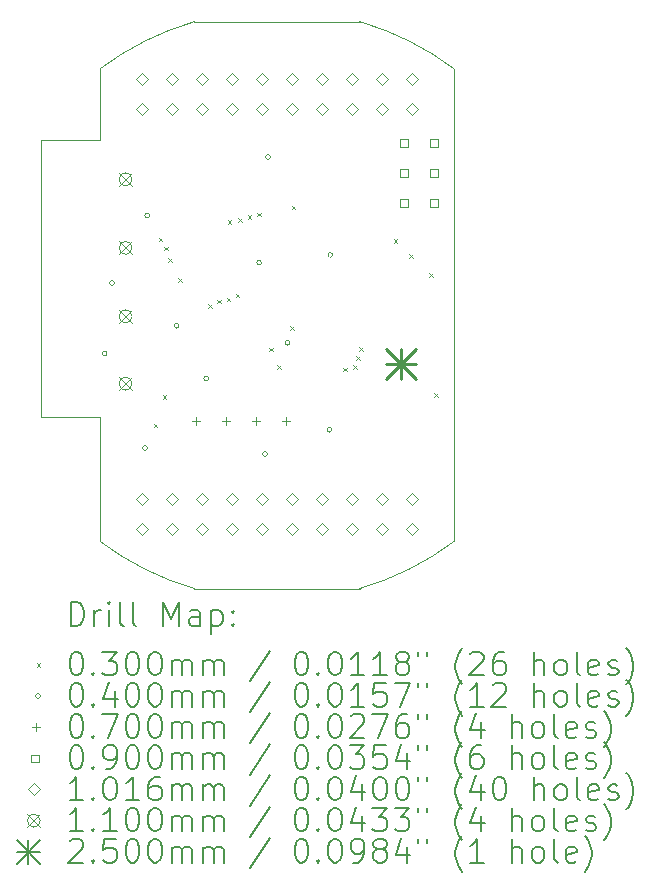
<source format=gbr>
%TF.GenerationSoftware,KiCad,Pcbnew,6.0.11-2627ca5db0~126~ubuntu22.04.1*%
%TF.CreationDate,2023-12-06T10:34:02+01:00*%
%TF.ProjectId,bus-module_atmega324,6275732d-6d6f-4647-956c-655f61746d65,C*%
%TF.SameCoordinates,Original*%
%TF.FileFunction,Drillmap*%
%TF.FilePolarity,Positive*%
%FSLAX45Y45*%
G04 Gerber Fmt 4.5, Leading zero omitted, Abs format (unit mm)*
G04 Created by KiCad (PCBNEW 6.0.11-2627ca5db0~126~ubuntu22.04.1) date 2023-12-06 10:34:02*
%MOMM*%
%LPD*%
G01*
G04 APERTURE LIST*
%ADD10C,0.100000*%
%ADD11C,0.200000*%
%ADD12C,0.030000*%
%ADD13C,0.040000*%
%ADD14C,0.070000*%
%ADD15C,0.090000*%
%ADD16C,0.101600*%
%ADD17C,0.110000*%
%ADD18C,0.250000*%
G04 APERTURE END LIST*
D10*
X8500000Y-12000000D02*
G75*
G03*
X9300000Y-12400000I1500000J2000000D01*
G01*
X11500000Y-8000000D02*
X11500423Y-11999683D01*
X8000000Y-10950000D02*
X8500000Y-10950000D01*
X8500000Y-12000000D02*
X8500000Y-10950000D01*
X10700000Y-12400000D02*
X9300000Y-12400000D01*
X8500000Y-8000000D02*
X8500000Y-8600000D01*
X9300000Y-7600000D02*
G75*
G03*
X8500000Y-8000000I700000J-2400000D01*
G01*
X11500000Y-8000000D02*
G75*
G03*
X10700000Y-7600000I-1500000J-2000000D01*
G01*
X8500000Y-8600000D02*
X8000000Y-8600000D01*
X10700000Y-12400000D02*
G75*
G03*
X11500423Y-11999683I-700000J2400000D01*
G01*
X9300000Y-7600000D02*
X10700000Y-7600000D01*
X8000000Y-8600000D02*
X8000000Y-10950000D01*
D11*
D12*
X8956300Y-11003450D02*
X8986300Y-11033450D01*
X8986300Y-11003450D02*
X8956300Y-11033450D01*
X8998605Y-9429845D02*
X9028605Y-9459845D01*
X9028605Y-9429845D02*
X8998605Y-9459845D01*
X9032500Y-10762150D02*
X9062500Y-10792150D01*
X9062500Y-10762150D02*
X9032500Y-10792150D01*
X9044159Y-9505980D02*
X9074159Y-9535980D01*
X9074159Y-9505980D02*
X9044159Y-9535980D01*
X9076925Y-9603378D02*
X9106925Y-9633378D01*
X9106925Y-9603378D02*
X9076925Y-9633378D01*
X9160741Y-9770299D02*
X9190741Y-9800299D01*
X9190741Y-9770299D02*
X9160741Y-9800299D01*
X9418978Y-9990805D02*
X9448978Y-10020805D01*
X9448978Y-9990805D02*
X9418978Y-10020805D01*
X9494150Y-9954186D02*
X9524150Y-9984186D01*
X9524150Y-9954186D02*
X9494150Y-9984186D01*
X9572584Y-9938431D02*
X9602584Y-9968431D01*
X9602584Y-9938431D02*
X9572584Y-9968431D01*
X9583749Y-9283127D02*
X9613749Y-9313127D01*
X9613749Y-9283127D02*
X9583749Y-9313127D01*
X9649132Y-9902536D02*
X9679132Y-9932536D01*
X9679132Y-9902536D02*
X9649132Y-9932536D01*
X9670850Y-9266739D02*
X9700850Y-9296739D01*
X9700850Y-9266739D02*
X9670850Y-9296739D01*
X9752742Y-9237957D02*
X9782742Y-9267957D01*
X9782742Y-9237957D02*
X9752742Y-9267957D01*
X9830510Y-9219190D02*
X9860510Y-9249190D01*
X9860510Y-9219190D02*
X9830510Y-9249190D01*
X9933899Y-10360078D02*
X9963899Y-10390078D01*
X9963899Y-10360078D02*
X9933899Y-10390078D01*
X9998900Y-10508150D02*
X10028900Y-10538150D01*
X10028900Y-10508150D02*
X9998900Y-10538150D01*
X10110000Y-10177950D02*
X10140000Y-10207950D01*
X10140000Y-10177950D02*
X10110000Y-10207950D01*
X10125000Y-9158701D02*
X10155000Y-9188701D01*
X10155000Y-9158701D02*
X10125000Y-9188701D01*
X10561734Y-10529850D02*
X10591734Y-10559850D01*
X10591734Y-10529850D02*
X10561734Y-10559850D01*
X10645400Y-10508150D02*
X10675400Y-10538150D01*
X10675400Y-10508150D02*
X10645400Y-10538150D01*
X10670800Y-10431950D02*
X10700800Y-10461950D01*
X10700800Y-10431950D02*
X10670800Y-10461950D01*
X10696200Y-10355750D02*
X10726200Y-10385750D01*
X10726200Y-10355750D02*
X10696200Y-10385750D01*
X10986798Y-9441143D02*
X11016798Y-9471143D01*
X11016798Y-9441143D02*
X10986798Y-9471143D01*
X11119998Y-9570877D02*
X11149998Y-9600877D01*
X11149998Y-9570877D02*
X11119998Y-9600877D01*
X11286196Y-9729670D02*
X11316196Y-9759670D01*
X11316196Y-9729670D02*
X11286196Y-9759670D01*
X11329211Y-10745752D02*
X11359211Y-10775752D01*
X11359211Y-10745752D02*
X11329211Y-10775752D01*
D13*
X8559500Y-10408850D02*
G75*
G03*
X8559500Y-10408850I-20000J0D01*
G01*
X8623000Y-9811950D02*
G75*
G03*
X8623000Y-9811950I-20000J0D01*
G01*
X8902400Y-11208949D02*
G75*
G03*
X8902400Y-11208949I-20000J0D01*
G01*
X8920000Y-9240000D02*
G75*
G03*
X8920000Y-9240000I-20000J0D01*
G01*
X9170000Y-10175000D02*
G75*
G03*
X9170000Y-10175000I-20000J0D01*
G01*
X9420000Y-10620000D02*
G75*
G03*
X9420000Y-10620000I-20000J0D01*
G01*
X9867781Y-9640911D02*
G75*
G03*
X9867781Y-9640911I-20000J0D01*
G01*
X9918400Y-11259750D02*
G75*
G03*
X9918400Y-11259750I-20000J0D01*
G01*
X9943800Y-8745150D02*
G75*
G03*
X9943800Y-8745150I-20000J0D01*
G01*
X10108900Y-10319950D02*
G75*
G03*
X10108900Y-10319950I-20000J0D01*
G01*
X10461703Y-11056550D02*
G75*
G03*
X10461703Y-11056550I-20000J0D01*
G01*
X10470000Y-9575000D02*
G75*
G03*
X10470000Y-9575000I-20000J0D01*
G01*
D14*
X9314200Y-10945350D02*
X9314200Y-11015350D01*
X9279200Y-10980350D02*
X9349200Y-10980350D01*
X9568200Y-10945350D02*
X9568200Y-11015350D01*
X9533200Y-10980350D02*
X9603200Y-10980350D01*
X9822200Y-10945350D02*
X9822200Y-11015350D01*
X9787200Y-10980350D02*
X9857200Y-10980350D01*
X10076200Y-10945350D02*
X10076200Y-11015350D01*
X10041200Y-10980350D02*
X10111200Y-10980350D01*
D15*
X11106820Y-8658070D02*
X11106820Y-8594430D01*
X11043180Y-8594430D01*
X11043180Y-8658070D01*
X11106820Y-8658070D01*
X11106820Y-8912070D02*
X11106820Y-8848430D01*
X11043180Y-8848430D01*
X11043180Y-8912070D01*
X11106820Y-8912070D01*
X11106820Y-9166070D02*
X11106820Y-9102430D01*
X11043180Y-9102430D01*
X11043180Y-9166070D01*
X11106820Y-9166070D01*
X11360820Y-8658070D02*
X11360820Y-8594430D01*
X11297180Y-8594430D01*
X11297180Y-8658070D01*
X11360820Y-8658070D01*
X11360820Y-8912070D02*
X11360820Y-8848430D01*
X11297180Y-8848430D01*
X11297180Y-8912070D01*
X11360820Y-8912070D01*
X11360820Y-9166070D02*
X11360820Y-9102430D01*
X11297180Y-9102430D01*
X11297180Y-9166070D01*
X11360820Y-9166070D01*
D16*
X8857000Y-8135550D02*
X8907800Y-8084750D01*
X8857000Y-8033950D01*
X8806200Y-8084750D01*
X8857000Y-8135550D01*
X8857000Y-8389550D02*
X8907800Y-8338750D01*
X8857000Y-8287950D01*
X8806200Y-8338750D01*
X8857000Y-8389550D01*
X8857000Y-11691550D02*
X8907800Y-11640750D01*
X8857000Y-11589950D01*
X8806200Y-11640750D01*
X8857000Y-11691550D01*
X8857000Y-11945550D02*
X8907800Y-11894750D01*
X8857000Y-11843950D01*
X8806200Y-11894750D01*
X8857000Y-11945550D01*
X9111000Y-8135550D02*
X9161800Y-8084750D01*
X9111000Y-8033950D01*
X9060200Y-8084750D01*
X9111000Y-8135550D01*
X9111000Y-8389550D02*
X9161800Y-8338750D01*
X9111000Y-8287950D01*
X9060200Y-8338750D01*
X9111000Y-8389550D01*
X9111000Y-11691550D02*
X9161800Y-11640750D01*
X9111000Y-11589950D01*
X9060200Y-11640750D01*
X9111000Y-11691550D01*
X9111000Y-11945550D02*
X9161800Y-11894750D01*
X9111000Y-11843950D01*
X9060200Y-11894750D01*
X9111000Y-11945550D01*
X9365000Y-8135550D02*
X9415800Y-8084750D01*
X9365000Y-8033950D01*
X9314200Y-8084750D01*
X9365000Y-8135550D01*
X9365000Y-8389550D02*
X9415800Y-8338750D01*
X9365000Y-8287950D01*
X9314200Y-8338750D01*
X9365000Y-8389550D01*
X9365000Y-11691550D02*
X9415800Y-11640750D01*
X9365000Y-11589950D01*
X9314200Y-11640750D01*
X9365000Y-11691550D01*
X9365000Y-11945550D02*
X9415800Y-11894750D01*
X9365000Y-11843950D01*
X9314200Y-11894750D01*
X9365000Y-11945550D01*
X9619000Y-8135550D02*
X9669800Y-8084750D01*
X9619000Y-8033950D01*
X9568200Y-8084750D01*
X9619000Y-8135550D01*
X9619000Y-8389550D02*
X9669800Y-8338750D01*
X9619000Y-8287950D01*
X9568200Y-8338750D01*
X9619000Y-8389550D01*
X9619000Y-11691550D02*
X9669800Y-11640750D01*
X9619000Y-11589950D01*
X9568200Y-11640750D01*
X9619000Y-11691550D01*
X9619000Y-11945550D02*
X9669800Y-11894750D01*
X9619000Y-11843950D01*
X9568200Y-11894750D01*
X9619000Y-11945550D01*
X9873000Y-8135550D02*
X9923800Y-8084750D01*
X9873000Y-8033950D01*
X9822200Y-8084750D01*
X9873000Y-8135550D01*
X9873000Y-8389550D02*
X9923800Y-8338750D01*
X9873000Y-8287950D01*
X9822200Y-8338750D01*
X9873000Y-8389550D01*
X9873000Y-11691550D02*
X9923800Y-11640750D01*
X9873000Y-11589950D01*
X9822200Y-11640750D01*
X9873000Y-11691550D01*
X9873000Y-11945550D02*
X9923800Y-11894750D01*
X9873000Y-11843950D01*
X9822200Y-11894750D01*
X9873000Y-11945550D01*
X10127000Y-8135550D02*
X10177800Y-8084750D01*
X10127000Y-8033950D01*
X10076200Y-8084750D01*
X10127000Y-8135550D01*
X10127000Y-8389550D02*
X10177800Y-8338750D01*
X10127000Y-8287950D01*
X10076200Y-8338750D01*
X10127000Y-8389550D01*
X10127000Y-11691550D02*
X10177800Y-11640750D01*
X10127000Y-11589950D01*
X10076200Y-11640750D01*
X10127000Y-11691550D01*
X10127000Y-11945550D02*
X10177800Y-11894750D01*
X10127000Y-11843950D01*
X10076200Y-11894750D01*
X10127000Y-11945550D01*
X10381000Y-8135550D02*
X10431800Y-8084750D01*
X10381000Y-8033950D01*
X10330200Y-8084750D01*
X10381000Y-8135550D01*
X10381000Y-8389550D02*
X10431800Y-8338750D01*
X10381000Y-8287950D01*
X10330200Y-8338750D01*
X10381000Y-8389550D01*
X10381000Y-11691550D02*
X10431800Y-11640750D01*
X10381000Y-11589950D01*
X10330200Y-11640750D01*
X10381000Y-11691550D01*
X10381000Y-11945550D02*
X10431800Y-11894750D01*
X10381000Y-11843950D01*
X10330200Y-11894750D01*
X10381000Y-11945550D01*
X10635000Y-8135550D02*
X10685800Y-8084750D01*
X10635000Y-8033950D01*
X10584200Y-8084750D01*
X10635000Y-8135550D01*
X10635000Y-8389550D02*
X10685800Y-8338750D01*
X10635000Y-8287950D01*
X10584200Y-8338750D01*
X10635000Y-8389550D01*
X10635000Y-11691550D02*
X10685800Y-11640750D01*
X10635000Y-11589950D01*
X10584200Y-11640750D01*
X10635000Y-11691550D01*
X10635000Y-11945550D02*
X10685800Y-11894750D01*
X10635000Y-11843950D01*
X10584200Y-11894750D01*
X10635000Y-11945550D01*
X10889000Y-8135550D02*
X10939800Y-8084750D01*
X10889000Y-8033950D01*
X10838200Y-8084750D01*
X10889000Y-8135550D01*
X10889000Y-8389550D02*
X10939800Y-8338750D01*
X10889000Y-8287950D01*
X10838200Y-8338750D01*
X10889000Y-8389550D01*
X10889000Y-11691550D02*
X10939800Y-11640750D01*
X10889000Y-11589950D01*
X10838200Y-11640750D01*
X10889000Y-11691550D01*
X10889000Y-11945550D02*
X10939800Y-11894750D01*
X10889000Y-11843950D01*
X10838200Y-11894750D01*
X10889000Y-11945550D01*
X11143000Y-8135550D02*
X11193800Y-8084750D01*
X11143000Y-8033950D01*
X11092200Y-8084750D01*
X11143000Y-8135550D01*
X11143000Y-8389550D02*
X11193800Y-8338750D01*
X11143000Y-8287950D01*
X11092200Y-8338750D01*
X11143000Y-8389550D01*
X11143000Y-11691550D02*
X11193800Y-11640750D01*
X11143000Y-11589950D01*
X11092200Y-11640750D01*
X11143000Y-11691550D01*
X11143000Y-11945550D02*
X11193800Y-11894750D01*
X11143000Y-11843950D01*
X11092200Y-11894750D01*
X11143000Y-11945550D01*
D17*
X8662000Y-8880250D02*
X8772000Y-8990250D01*
X8772000Y-8880250D02*
X8662000Y-8990250D01*
X8772000Y-8935250D02*
G75*
G03*
X8772000Y-8935250I-55000J0D01*
G01*
X8662000Y-9460250D02*
X8772000Y-9570250D01*
X8772000Y-9460250D02*
X8662000Y-9570250D01*
X8772000Y-9515250D02*
G75*
G03*
X8772000Y-9515250I-55000J0D01*
G01*
X8662000Y-10040250D02*
X8772000Y-10150250D01*
X8772000Y-10040250D02*
X8662000Y-10150250D01*
X8772000Y-10095250D02*
G75*
G03*
X8772000Y-10095250I-55000J0D01*
G01*
X8662000Y-10610250D02*
X8772000Y-10720250D01*
X8772000Y-10610250D02*
X8662000Y-10720250D01*
X8772000Y-10665250D02*
G75*
G03*
X8772000Y-10665250I-55000J0D01*
G01*
D18*
X10925000Y-10375000D02*
X11175000Y-10625000D01*
X11175000Y-10375000D02*
X10925000Y-10625000D01*
X11050000Y-10375000D02*
X11050000Y-10625000D01*
X10925000Y-10500000D02*
X11175000Y-10500000D01*
D11*
X8252619Y-12715476D02*
X8252619Y-12515476D01*
X8300238Y-12515476D01*
X8328809Y-12525000D01*
X8347857Y-12544048D01*
X8357381Y-12563095D01*
X8366905Y-12601190D01*
X8366905Y-12629762D01*
X8357381Y-12667857D01*
X8347857Y-12686905D01*
X8328809Y-12705952D01*
X8300238Y-12715476D01*
X8252619Y-12715476D01*
X8452619Y-12715476D02*
X8452619Y-12582143D01*
X8452619Y-12620238D02*
X8462143Y-12601190D01*
X8471667Y-12591667D01*
X8490714Y-12582143D01*
X8509762Y-12582143D01*
X8576429Y-12715476D02*
X8576429Y-12582143D01*
X8576429Y-12515476D02*
X8566905Y-12525000D01*
X8576429Y-12534524D01*
X8585952Y-12525000D01*
X8576429Y-12515476D01*
X8576429Y-12534524D01*
X8700238Y-12715476D02*
X8681190Y-12705952D01*
X8671667Y-12686905D01*
X8671667Y-12515476D01*
X8805000Y-12715476D02*
X8785952Y-12705952D01*
X8776429Y-12686905D01*
X8776429Y-12515476D01*
X9033571Y-12715476D02*
X9033571Y-12515476D01*
X9100238Y-12658333D01*
X9166905Y-12515476D01*
X9166905Y-12715476D01*
X9347857Y-12715476D02*
X9347857Y-12610714D01*
X9338333Y-12591667D01*
X9319286Y-12582143D01*
X9281190Y-12582143D01*
X9262143Y-12591667D01*
X9347857Y-12705952D02*
X9328810Y-12715476D01*
X9281190Y-12715476D01*
X9262143Y-12705952D01*
X9252619Y-12686905D01*
X9252619Y-12667857D01*
X9262143Y-12648809D01*
X9281190Y-12639286D01*
X9328810Y-12639286D01*
X9347857Y-12629762D01*
X9443095Y-12582143D02*
X9443095Y-12782143D01*
X9443095Y-12591667D02*
X9462143Y-12582143D01*
X9500238Y-12582143D01*
X9519286Y-12591667D01*
X9528810Y-12601190D01*
X9538333Y-12620238D01*
X9538333Y-12677381D01*
X9528810Y-12696428D01*
X9519286Y-12705952D01*
X9500238Y-12715476D01*
X9462143Y-12715476D01*
X9443095Y-12705952D01*
X9624048Y-12696428D02*
X9633571Y-12705952D01*
X9624048Y-12715476D01*
X9614524Y-12705952D01*
X9624048Y-12696428D01*
X9624048Y-12715476D01*
X9624048Y-12591667D02*
X9633571Y-12601190D01*
X9624048Y-12610714D01*
X9614524Y-12601190D01*
X9624048Y-12591667D01*
X9624048Y-12610714D01*
D12*
X7965000Y-13030000D02*
X7995000Y-13060000D01*
X7995000Y-13030000D02*
X7965000Y-13060000D01*
D11*
X8290714Y-12935476D02*
X8309762Y-12935476D01*
X8328809Y-12945000D01*
X8338333Y-12954524D01*
X8347857Y-12973571D01*
X8357381Y-13011667D01*
X8357381Y-13059286D01*
X8347857Y-13097381D01*
X8338333Y-13116428D01*
X8328809Y-13125952D01*
X8309762Y-13135476D01*
X8290714Y-13135476D01*
X8271667Y-13125952D01*
X8262143Y-13116428D01*
X8252619Y-13097381D01*
X8243095Y-13059286D01*
X8243095Y-13011667D01*
X8252619Y-12973571D01*
X8262143Y-12954524D01*
X8271667Y-12945000D01*
X8290714Y-12935476D01*
X8443095Y-13116428D02*
X8452619Y-13125952D01*
X8443095Y-13135476D01*
X8433571Y-13125952D01*
X8443095Y-13116428D01*
X8443095Y-13135476D01*
X8519286Y-12935476D02*
X8643095Y-12935476D01*
X8576429Y-13011667D01*
X8605000Y-13011667D01*
X8624048Y-13021190D01*
X8633571Y-13030714D01*
X8643095Y-13049762D01*
X8643095Y-13097381D01*
X8633571Y-13116428D01*
X8624048Y-13125952D01*
X8605000Y-13135476D01*
X8547857Y-13135476D01*
X8528810Y-13125952D01*
X8519286Y-13116428D01*
X8766905Y-12935476D02*
X8785952Y-12935476D01*
X8805000Y-12945000D01*
X8814524Y-12954524D01*
X8824048Y-12973571D01*
X8833571Y-13011667D01*
X8833571Y-13059286D01*
X8824048Y-13097381D01*
X8814524Y-13116428D01*
X8805000Y-13125952D01*
X8785952Y-13135476D01*
X8766905Y-13135476D01*
X8747857Y-13125952D01*
X8738333Y-13116428D01*
X8728810Y-13097381D01*
X8719286Y-13059286D01*
X8719286Y-13011667D01*
X8728810Y-12973571D01*
X8738333Y-12954524D01*
X8747857Y-12945000D01*
X8766905Y-12935476D01*
X8957381Y-12935476D02*
X8976429Y-12935476D01*
X8995476Y-12945000D01*
X9005000Y-12954524D01*
X9014524Y-12973571D01*
X9024048Y-13011667D01*
X9024048Y-13059286D01*
X9014524Y-13097381D01*
X9005000Y-13116428D01*
X8995476Y-13125952D01*
X8976429Y-13135476D01*
X8957381Y-13135476D01*
X8938333Y-13125952D01*
X8928810Y-13116428D01*
X8919286Y-13097381D01*
X8909762Y-13059286D01*
X8909762Y-13011667D01*
X8919286Y-12973571D01*
X8928810Y-12954524D01*
X8938333Y-12945000D01*
X8957381Y-12935476D01*
X9109762Y-13135476D02*
X9109762Y-13002143D01*
X9109762Y-13021190D02*
X9119286Y-13011667D01*
X9138333Y-13002143D01*
X9166905Y-13002143D01*
X9185952Y-13011667D01*
X9195476Y-13030714D01*
X9195476Y-13135476D01*
X9195476Y-13030714D02*
X9205000Y-13011667D01*
X9224048Y-13002143D01*
X9252619Y-13002143D01*
X9271667Y-13011667D01*
X9281190Y-13030714D01*
X9281190Y-13135476D01*
X9376429Y-13135476D02*
X9376429Y-13002143D01*
X9376429Y-13021190D02*
X9385952Y-13011667D01*
X9405000Y-13002143D01*
X9433571Y-13002143D01*
X9452619Y-13011667D01*
X9462143Y-13030714D01*
X9462143Y-13135476D01*
X9462143Y-13030714D02*
X9471667Y-13011667D01*
X9490714Y-13002143D01*
X9519286Y-13002143D01*
X9538333Y-13011667D01*
X9547857Y-13030714D01*
X9547857Y-13135476D01*
X9938333Y-12925952D02*
X9766905Y-13183095D01*
X10195476Y-12935476D02*
X10214524Y-12935476D01*
X10233571Y-12945000D01*
X10243095Y-12954524D01*
X10252619Y-12973571D01*
X10262143Y-13011667D01*
X10262143Y-13059286D01*
X10252619Y-13097381D01*
X10243095Y-13116428D01*
X10233571Y-13125952D01*
X10214524Y-13135476D01*
X10195476Y-13135476D01*
X10176429Y-13125952D01*
X10166905Y-13116428D01*
X10157381Y-13097381D01*
X10147857Y-13059286D01*
X10147857Y-13011667D01*
X10157381Y-12973571D01*
X10166905Y-12954524D01*
X10176429Y-12945000D01*
X10195476Y-12935476D01*
X10347857Y-13116428D02*
X10357381Y-13125952D01*
X10347857Y-13135476D01*
X10338333Y-13125952D01*
X10347857Y-13116428D01*
X10347857Y-13135476D01*
X10481190Y-12935476D02*
X10500238Y-12935476D01*
X10519286Y-12945000D01*
X10528810Y-12954524D01*
X10538333Y-12973571D01*
X10547857Y-13011667D01*
X10547857Y-13059286D01*
X10538333Y-13097381D01*
X10528810Y-13116428D01*
X10519286Y-13125952D01*
X10500238Y-13135476D01*
X10481190Y-13135476D01*
X10462143Y-13125952D01*
X10452619Y-13116428D01*
X10443095Y-13097381D01*
X10433571Y-13059286D01*
X10433571Y-13011667D01*
X10443095Y-12973571D01*
X10452619Y-12954524D01*
X10462143Y-12945000D01*
X10481190Y-12935476D01*
X10738333Y-13135476D02*
X10624048Y-13135476D01*
X10681190Y-13135476D02*
X10681190Y-12935476D01*
X10662143Y-12964048D01*
X10643095Y-12983095D01*
X10624048Y-12992619D01*
X10928810Y-13135476D02*
X10814524Y-13135476D01*
X10871667Y-13135476D02*
X10871667Y-12935476D01*
X10852619Y-12964048D01*
X10833571Y-12983095D01*
X10814524Y-12992619D01*
X11043095Y-13021190D02*
X11024048Y-13011667D01*
X11014524Y-13002143D01*
X11005000Y-12983095D01*
X11005000Y-12973571D01*
X11014524Y-12954524D01*
X11024048Y-12945000D01*
X11043095Y-12935476D01*
X11081190Y-12935476D01*
X11100238Y-12945000D01*
X11109762Y-12954524D01*
X11119286Y-12973571D01*
X11119286Y-12983095D01*
X11109762Y-13002143D01*
X11100238Y-13011667D01*
X11081190Y-13021190D01*
X11043095Y-13021190D01*
X11024048Y-13030714D01*
X11014524Y-13040238D01*
X11005000Y-13059286D01*
X11005000Y-13097381D01*
X11014524Y-13116428D01*
X11024048Y-13125952D01*
X11043095Y-13135476D01*
X11081190Y-13135476D01*
X11100238Y-13125952D01*
X11109762Y-13116428D01*
X11119286Y-13097381D01*
X11119286Y-13059286D01*
X11109762Y-13040238D01*
X11100238Y-13030714D01*
X11081190Y-13021190D01*
X11195476Y-12935476D02*
X11195476Y-12973571D01*
X11271667Y-12935476D02*
X11271667Y-12973571D01*
X11566905Y-13211667D02*
X11557381Y-13202143D01*
X11538333Y-13173571D01*
X11528809Y-13154524D01*
X11519286Y-13125952D01*
X11509762Y-13078333D01*
X11509762Y-13040238D01*
X11519286Y-12992619D01*
X11528809Y-12964048D01*
X11538333Y-12945000D01*
X11557381Y-12916428D01*
X11566905Y-12906905D01*
X11633571Y-12954524D02*
X11643095Y-12945000D01*
X11662143Y-12935476D01*
X11709762Y-12935476D01*
X11728809Y-12945000D01*
X11738333Y-12954524D01*
X11747857Y-12973571D01*
X11747857Y-12992619D01*
X11738333Y-13021190D01*
X11624048Y-13135476D01*
X11747857Y-13135476D01*
X11919286Y-12935476D02*
X11881190Y-12935476D01*
X11862143Y-12945000D01*
X11852619Y-12954524D01*
X11833571Y-12983095D01*
X11824048Y-13021190D01*
X11824048Y-13097381D01*
X11833571Y-13116428D01*
X11843095Y-13125952D01*
X11862143Y-13135476D01*
X11900238Y-13135476D01*
X11919286Y-13125952D01*
X11928809Y-13116428D01*
X11938333Y-13097381D01*
X11938333Y-13049762D01*
X11928809Y-13030714D01*
X11919286Y-13021190D01*
X11900238Y-13011667D01*
X11862143Y-13011667D01*
X11843095Y-13021190D01*
X11833571Y-13030714D01*
X11824048Y-13049762D01*
X12176428Y-13135476D02*
X12176428Y-12935476D01*
X12262143Y-13135476D02*
X12262143Y-13030714D01*
X12252619Y-13011667D01*
X12233571Y-13002143D01*
X12205000Y-13002143D01*
X12185952Y-13011667D01*
X12176428Y-13021190D01*
X12385952Y-13135476D02*
X12366905Y-13125952D01*
X12357381Y-13116428D01*
X12347857Y-13097381D01*
X12347857Y-13040238D01*
X12357381Y-13021190D01*
X12366905Y-13011667D01*
X12385952Y-13002143D01*
X12414524Y-13002143D01*
X12433571Y-13011667D01*
X12443095Y-13021190D01*
X12452619Y-13040238D01*
X12452619Y-13097381D01*
X12443095Y-13116428D01*
X12433571Y-13125952D01*
X12414524Y-13135476D01*
X12385952Y-13135476D01*
X12566905Y-13135476D02*
X12547857Y-13125952D01*
X12538333Y-13106905D01*
X12538333Y-12935476D01*
X12719286Y-13125952D02*
X12700238Y-13135476D01*
X12662143Y-13135476D01*
X12643095Y-13125952D01*
X12633571Y-13106905D01*
X12633571Y-13030714D01*
X12643095Y-13011667D01*
X12662143Y-13002143D01*
X12700238Y-13002143D01*
X12719286Y-13011667D01*
X12728809Y-13030714D01*
X12728809Y-13049762D01*
X12633571Y-13068809D01*
X12805000Y-13125952D02*
X12824048Y-13135476D01*
X12862143Y-13135476D01*
X12881190Y-13125952D01*
X12890714Y-13106905D01*
X12890714Y-13097381D01*
X12881190Y-13078333D01*
X12862143Y-13068809D01*
X12833571Y-13068809D01*
X12814524Y-13059286D01*
X12805000Y-13040238D01*
X12805000Y-13030714D01*
X12814524Y-13011667D01*
X12833571Y-13002143D01*
X12862143Y-13002143D01*
X12881190Y-13011667D01*
X12957381Y-13211667D02*
X12966905Y-13202143D01*
X12985952Y-13173571D01*
X12995476Y-13154524D01*
X13005000Y-13125952D01*
X13014524Y-13078333D01*
X13014524Y-13040238D01*
X13005000Y-12992619D01*
X12995476Y-12964048D01*
X12985952Y-12945000D01*
X12966905Y-12916428D01*
X12957381Y-12906905D01*
D13*
X7995000Y-13309000D02*
G75*
G03*
X7995000Y-13309000I-20000J0D01*
G01*
D11*
X8290714Y-13199476D02*
X8309762Y-13199476D01*
X8328809Y-13209000D01*
X8338333Y-13218524D01*
X8347857Y-13237571D01*
X8357381Y-13275667D01*
X8357381Y-13323286D01*
X8347857Y-13361381D01*
X8338333Y-13380428D01*
X8328809Y-13389952D01*
X8309762Y-13399476D01*
X8290714Y-13399476D01*
X8271667Y-13389952D01*
X8262143Y-13380428D01*
X8252619Y-13361381D01*
X8243095Y-13323286D01*
X8243095Y-13275667D01*
X8252619Y-13237571D01*
X8262143Y-13218524D01*
X8271667Y-13209000D01*
X8290714Y-13199476D01*
X8443095Y-13380428D02*
X8452619Y-13389952D01*
X8443095Y-13399476D01*
X8433571Y-13389952D01*
X8443095Y-13380428D01*
X8443095Y-13399476D01*
X8624048Y-13266143D02*
X8624048Y-13399476D01*
X8576429Y-13189952D02*
X8528810Y-13332809D01*
X8652619Y-13332809D01*
X8766905Y-13199476D02*
X8785952Y-13199476D01*
X8805000Y-13209000D01*
X8814524Y-13218524D01*
X8824048Y-13237571D01*
X8833571Y-13275667D01*
X8833571Y-13323286D01*
X8824048Y-13361381D01*
X8814524Y-13380428D01*
X8805000Y-13389952D01*
X8785952Y-13399476D01*
X8766905Y-13399476D01*
X8747857Y-13389952D01*
X8738333Y-13380428D01*
X8728810Y-13361381D01*
X8719286Y-13323286D01*
X8719286Y-13275667D01*
X8728810Y-13237571D01*
X8738333Y-13218524D01*
X8747857Y-13209000D01*
X8766905Y-13199476D01*
X8957381Y-13199476D02*
X8976429Y-13199476D01*
X8995476Y-13209000D01*
X9005000Y-13218524D01*
X9014524Y-13237571D01*
X9024048Y-13275667D01*
X9024048Y-13323286D01*
X9014524Y-13361381D01*
X9005000Y-13380428D01*
X8995476Y-13389952D01*
X8976429Y-13399476D01*
X8957381Y-13399476D01*
X8938333Y-13389952D01*
X8928810Y-13380428D01*
X8919286Y-13361381D01*
X8909762Y-13323286D01*
X8909762Y-13275667D01*
X8919286Y-13237571D01*
X8928810Y-13218524D01*
X8938333Y-13209000D01*
X8957381Y-13199476D01*
X9109762Y-13399476D02*
X9109762Y-13266143D01*
X9109762Y-13285190D02*
X9119286Y-13275667D01*
X9138333Y-13266143D01*
X9166905Y-13266143D01*
X9185952Y-13275667D01*
X9195476Y-13294714D01*
X9195476Y-13399476D01*
X9195476Y-13294714D02*
X9205000Y-13275667D01*
X9224048Y-13266143D01*
X9252619Y-13266143D01*
X9271667Y-13275667D01*
X9281190Y-13294714D01*
X9281190Y-13399476D01*
X9376429Y-13399476D02*
X9376429Y-13266143D01*
X9376429Y-13285190D02*
X9385952Y-13275667D01*
X9405000Y-13266143D01*
X9433571Y-13266143D01*
X9452619Y-13275667D01*
X9462143Y-13294714D01*
X9462143Y-13399476D01*
X9462143Y-13294714D02*
X9471667Y-13275667D01*
X9490714Y-13266143D01*
X9519286Y-13266143D01*
X9538333Y-13275667D01*
X9547857Y-13294714D01*
X9547857Y-13399476D01*
X9938333Y-13189952D02*
X9766905Y-13447095D01*
X10195476Y-13199476D02*
X10214524Y-13199476D01*
X10233571Y-13209000D01*
X10243095Y-13218524D01*
X10252619Y-13237571D01*
X10262143Y-13275667D01*
X10262143Y-13323286D01*
X10252619Y-13361381D01*
X10243095Y-13380428D01*
X10233571Y-13389952D01*
X10214524Y-13399476D01*
X10195476Y-13399476D01*
X10176429Y-13389952D01*
X10166905Y-13380428D01*
X10157381Y-13361381D01*
X10147857Y-13323286D01*
X10147857Y-13275667D01*
X10157381Y-13237571D01*
X10166905Y-13218524D01*
X10176429Y-13209000D01*
X10195476Y-13199476D01*
X10347857Y-13380428D02*
X10357381Y-13389952D01*
X10347857Y-13399476D01*
X10338333Y-13389952D01*
X10347857Y-13380428D01*
X10347857Y-13399476D01*
X10481190Y-13199476D02*
X10500238Y-13199476D01*
X10519286Y-13209000D01*
X10528810Y-13218524D01*
X10538333Y-13237571D01*
X10547857Y-13275667D01*
X10547857Y-13323286D01*
X10538333Y-13361381D01*
X10528810Y-13380428D01*
X10519286Y-13389952D01*
X10500238Y-13399476D01*
X10481190Y-13399476D01*
X10462143Y-13389952D01*
X10452619Y-13380428D01*
X10443095Y-13361381D01*
X10433571Y-13323286D01*
X10433571Y-13275667D01*
X10443095Y-13237571D01*
X10452619Y-13218524D01*
X10462143Y-13209000D01*
X10481190Y-13199476D01*
X10738333Y-13399476D02*
X10624048Y-13399476D01*
X10681190Y-13399476D02*
X10681190Y-13199476D01*
X10662143Y-13228048D01*
X10643095Y-13247095D01*
X10624048Y-13256619D01*
X10919286Y-13199476D02*
X10824048Y-13199476D01*
X10814524Y-13294714D01*
X10824048Y-13285190D01*
X10843095Y-13275667D01*
X10890714Y-13275667D01*
X10909762Y-13285190D01*
X10919286Y-13294714D01*
X10928810Y-13313762D01*
X10928810Y-13361381D01*
X10919286Y-13380428D01*
X10909762Y-13389952D01*
X10890714Y-13399476D01*
X10843095Y-13399476D01*
X10824048Y-13389952D01*
X10814524Y-13380428D01*
X10995476Y-13199476D02*
X11128810Y-13199476D01*
X11043095Y-13399476D01*
X11195476Y-13199476D02*
X11195476Y-13237571D01*
X11271667Y-13199476D02*
X11271667Y-13237571D01*
X11566905Y-13475667D02*
X11557381Y-13466143D01*
X11538333Y-13437571D01*
X11528809Y-13418524D01*
X11519286Y-13389952D01*
X11509762Y-13342333D01*
X11509762Y-13304238D01*
X11519286Y-13256619D01*
X11528809Y-13228048D01*
X11538333Y-13209000D01*
X11557381Y-13180428D01*
X11566905Y-13170905D01*
X11747857Y-13399476D02*
X11633571Y-13399476D01*
X11690714Y-13399476D02*
X11690714Y-13199476D01*
X11671667Y-13228048D01*
X11652619Y-13247095D01*
X11633571Y-13256619D01*
X11824048Y-13218524D02*
X11833571Y-13209000D01*
X11852619Y-13199476D01*
X11900238Y-13199476D01*
X11919286Y-13209000D01*
X11928809Y-13218524D01*
X11938333Y-13237571D01*
X11938333Y-13256619D01*
X11928809Y-13285190D01*
X11814524Y-13399476D01*
X11938333Y-13399476D01*
X12176428Y-13399476D02*
X12176428Y-13199476D01*
X12262143Y-13399476D02*
X12262143Y-13294714D01*
X12252619Y-13275667D01*
X12233571Y-13266143D01*
X12205000Y-13266143D01*
X12185952Y-13275667D01*
X12176428Y-13285190D01*
X12385952Y-13399476D02*
X12366905Y-13389952D01*
X12357381Y-13380428D01*
X12347857Y-13361381D01*
X12347857Y-13304238D01*
X12357381Y-13285190D01*
X12366905Y-13275667D01*
X12385952Y-13266143D01*
X12414524Y-13266143D01*
X12433571Y-13275667D01*
X12443095Y-13285190D01*
X12452619Y-13304238D01*
X12452619Y-13361381D01*
X12443095Y-13380428D01*
X12433571Y-13389952D01*
X12414524Y-13399476D01*
X12385952Y-13399476D01*
X12566905Y-13399476D02*
X12547857Y-13389952D01*
X12538333Y-13370905D01*
X12538333Y-13199476D01*
X12719286Y-13389952D02*
X12700238Y-13399476D01*
X12662143Y-13399476D01*
X12643095Y-13389952D01*
X12633571Y-13370905D01*
X12633571Y-13294714D01*
X12643095Y-13275667D01*
X12662143Y-13266143D01*
X12700238Y-13266143D01*
X12719286Y-13275667D01*
X12728809Y-13294714D01*
X12728809Y-13313762D01*
X12633571Y-13332809D01*
X12805000Y-13389952D02*
X12824048Y-13399476D01*
X12862143Y-13399476D01*
X12881190Y-13389952D01*
X12890714Y-13370905D01*
X12890714Y-13361381D01*
X12881190Y-13342333D01*
X12862143Y-13332809D01*
X12833571Y-13332809D01*
X12814524Y-13323286D01*
X12805000Y-13304238D01*
X12805000Y-13294714D01*
X12814524Y-13275667D01*
X12833571Y-13266143D01*
X12862143Y-13266143D01*
X12881190Y-13275667D01*
X12957381Y-13475667D02*
X12966905Y-13466143D01*
X12985952Y-13437571D01*
X12995476Y-13418524D01*
X13005000Y-13389952D01*
X13014524Y-13342333D01*
X13014524Y-13304238D01*
X13005000Y-13256619D01*
X12995476Y-13228048D01*
X12985952Y-13209000D01*
X12966905Y-13180428D01*
X12957381Y-13170905D01*
D14*
X7960000Y-13538000D02*
X7960000Y-13608000D01*
X7925000Y-13573000D02*
X7995000Y-13573000D01*
D11*
X8290714Y-13463476D02*
X8309762Y-13463476D01*
X8328809Y-13473000D01*
X8338333Y-13482524D01*
X8347857Y-13501571D01*
X8357381Y-13539667D01*
X8357381Y-13587286D01*
X8347857Y-13625381D01*
X8338333Y-13644428D01*
X8328809Y-13653952D01*
X8309762Y-13663476D01*
X8290714Y-13663476D01*
X8271667Y-13653952D01*
X8262143Y-13644428D01*
X8252619Y-13625381D01*
X8243095Y-13587286D01*
X8243095Y-13539667D01*
X8252619Y-13501571D01*
X8262143Y-13482524D01*
X8271667Y-13473000D01*
X8290714Y-13463476D01*
X8443095Y-13644428D02*
X8452619Y-13653952D01*
X8443095Y-13663476D01*
X8433571Y-13653952D01*
X8443095Y-13644428D01*
X8443095Y-13663476D01*
X8519286Y-13463476D02*
X8652619Y-13463476D01*
X8566905Y-13663476D01*
X8766905Y-13463476D02*
X8785952Y-13463476D01*
X8805000Y-13473000D01*
X8814524Y-13482524D01*
X8824048Y-13501571D01*
X8833571Y-13539667D01*
X8833571Y-13587286D01*
X8824048Y-13625381D01*
X8814524Y-13644428D01*
X8805000Y-13653952D01*
X8785952Y-13663476D01*
X8766905Y-13663476D01*
X8747857Y-13653952D01*
X8738333Y-13644428D01*
X8728810Y-13625381D01*
X8719286Y-13587286D01*
X8719286Y-13539667D01*
X8728810Y-13501571D01*
X8738333Y-13482524D01*
X8747857Y-13473000D01*
X8766905Y-13463476D01*
X8957381Y-13463476D02*
X8976429Y-13463476D01*
X8995476Y-13473000D01*
X9005000Y-13482524D01*
X9014524Y-13501571D01*
X9024048Y-13539667D01*
X9024048Y-13587286D01*
X9014524Y-13625381D01*
X9005000Y-13644428D01*
X8995476Y-13653952D01*
X8976429Y-13663476D01*
X8957381Y-13663476D01*
X8938333Y-13653952D01*
X8928810Y-13644428D01*
X8919286Y-13625381D01*
X8909762Y-13587286D01*
X8909762Y-13539667D01*
X8919286Y-13501571D01*
X8928810Y-13482524D01*
X8938333Y-13473000D01*
X8957381Y-13463476D01*
X9109762Y-13663476D02*
X9109762Y-13530143D01*
X9109762Y-13549190D02*
X9119286Y-13539667D01*
X9138333Y-13530143D01*
X9166905Y-13530143D01*
X9185952Y-13539667D01*
X9195476Y-13558714D01*
X9195476Y-13663476D01*
X9195476Y-13558714D02*
X9205000Y-13539667D01*
X9224048Y-13530143D01*
X9252619Y-13530143D01*
X9271667Y-13539667D01*
X9281190Y-13558714D01*
X9281190Y-13663476D01*
X9376429Y-13663476D02*
X9376429Y-13530143D01*
X9376429Y-13549190D02*
X9385952Y-13539667D01*
X9405000Y-13530143D01*
X9433571Y-13530143D01*
X9452619Y-13539667D01*
X9462143Y-13558714D01*
X9462143Y-13663476D01*
X9462143Y-13558714D02*
X9471667Y-13539667D01*
X9490714Y-13530143D01*
X9519286Y-13530143D01*
X9538333Y-13539667D01*
X9547857Y-13558714D01*
X9547857Y-13663476D01*
X9938333Y-13453952D02*
X9766905Y-13711095D01*
X10195476Y-13463476D02*
X10214524Y-13463476D01*
X10233571Y-13473000D01*
X10243095Y-13482524D01*
X10252619Y-13501571D01*
X10262143Y-13539667D01*
X10262143Y-13587286D01*
X10252619Y-13625381D01*
X10243095Y-13644428D01*
X10233571Y-13653952D01*
X10214524Y-13663476D01*
X10195476Y-13663476D01*
X10176429Y-13653952D01*
X10166905Y-13644428D01*
X10157381Y-13625381D01*
X10147857Y-13587286D01*
X10147857Y-13539667D01*
X10157381Y-13501571D01*
X10166905Y-13482524D01*
X10176429Y-13473000D01*
X10195476Y-13463476D01*
X10347857Y-13644428D02*
X10357381Y-13653952D01*
X10347857Y-13663476D01*
X10338333Y-13653952D01*
X10347857Y-13644428D01*
X10347857Y-13663476D01*
X10481190Y-13463476D02*
X10500238Y-13463476D01*
X10519286Y-13473000D01*
X10528810Y-13482524D01*
X10538333Y-13501571D01*
X10547857Y-13539667D01*
X10547857Y-13587286D01*
X10538333Y-13625381D01*
X10528810Y-13644428D01*
X10519286Y-13653952D01*
X10500238Y-13663476D01*
X10481190Y-13663476D01*
X10462143Y-13653952D01*
X10452619Y-13644428D01*
X10443095Y-13625381D01*
X10433571Y-13587286D01*
X10433571Y-13539667D01*
X10443095Y-13501571D01*
X10452619Y-13482524D01*
X10462143Y-13473000D01*
X10481190Y-13463476D01*
X10624048Y-13482524D02*
X10633571Y-13473000D01*
X10652619Y-13463476D01*
X10700238Y-13463476D01*
X10719286Y-13473000D01*
X10728810Y-13482524D01*
X10738333Y-13501571D01*
X10738333Y-13520619D01*
X10728810Y-13549190D01*
X10614524Y-13663476D01*
X10738333Y-13663476D01*
X10805000Y-13463476D02*
X10938333Y-13463476D01*
X10852619Y-13663476D01*
X11100238Y-13463476D02*
X11062143Y-13463476D01*
X11043095Y-13473000D01*
X11033571Y-13482524D01*
X11014524Y-13511095D01*
X11005000Y-13549190D01*
X11005000Y-13625381D01*
X11014524Y-13644428D01*
X11024048Y-13653952D01*
X11043095Y-13663476D01*
X11081190Y-13663476D01*
X11100238Y-13653952D01*
X11109762Y-13644428D01*
X11119286Y-13625381D01*
X11119286Y-13577762D01*
X11109762Y-13558714D01*
X11100238Y-13549190D01*
X11081190Y-13539667D01*
X11043095Y-13539667D01*
X11024048Y-13549190D01*
X11014524Y-13558714D01*
X11005000Y-13577762D01*
X11195476Y-13463476D02*
X11195476Y-13501571D01*
X11271667Y-13463476D02*
X11271667Y-13501571D01*
X11566905Y-13739667D02*
X11557381Y-13730143D01*
X11538333Y-13701571D01*
X11528809Y-13682524D01*
X11519286Y-13653952D01*
X11509762Y-13606333D01*
X11509762Y-13568238D01*
X11519286Y-13520619D01*
X11528809Y-13492048D01*
X11538333Y-13473000D01*
X11557381Y-13444428D01*
X11566905Y-13434905D01*
X11728809Y-13530143D02*
X11728809Y-13663476D01*
X11681190Y-13453952D02*
X11633571Y-13596809D01*
X11757381Y-13596809D01*
X11985952Y-13663476D02*
X11985952Y-13463476D01*
X12071667Y-13663476D02*
X12071667Y-13558714D01*
X12062143Y-13539667D01*
X12043095Y-13530143D01*
X12014524Y-13530143D01*
X11995476Y-13539667D01*
X11985952Y-13549190D01*
X12195476Y-13663476D02*
X12176428Y-13653952D01*
X12166905Y-13644428D01*
X12157381Y-13625381D01*
X12157381Y-13568238D01*
X12166905Y-13549190D01*
X12176428Y-13539667D01*
X12195476Y-13530143D01*
X12224048Y-13530143D01*
X12243095Y-13539667D01*
X12252619Y-13549190D01*
X12262143Y-13568238D01*
X12262143Y-13625381D01*
X12252619Y-13644428D01*
X12243095Y-13653952D01*
X12224048Y-13663476D01*
X12195476Y-13663476D01*
X12376428Y-13663476D02*
X12357381Y-13653952D01*
X12347857Y-13634905D01*
X12347857Y-13463476D01*
X12528809Y-13653952D02*
X12509762Y-13663476D01*
X12471667Y-13663476D01*
X12452619Y-13653952D01*
X12443095Y-13634905D01*
X12443095Y-13558714D01*
X12452619Y-13539667D01*
X12471667Y-13530143D01*
X12509762Y-13530143D01*
X12528809Y-13539667D01*
X12538333Y-13558714D01*
X12538333Y-13577762D01*
X12443095Y-13596809D01*
X12614524Y-13653952D02*
X12633571Y-13663476D01*
X12671667Y-13663476D01*
X12690714Y-13653952D01*
X12700238Y-13634905D01*
X12700238Y-13625381D01*
X12690714Y-13606333D01*
X12671667Y-13596809D01*
X12643095Y-13596809D01*
X12624048Y-13587286D01*
X12614524Y-13568238D01*
X12614524Y-13558714D01*
X12624048Y-13539667D01*
X12643095Y-13530143D01*
X12671667Y-13530143D01*
X12690714Y-13539667D01*
X12766905Y-13739667D02*
X12776428Y-13730143D01*
X12795476Y-13701571D01*
X12805000Y-13682524D01*
X12814524Y-13653952D01*
X12824048Y-13606333D01*
X12824048Y-13568238D01*
X12814524Y-13520619D01*
X12805000Y-13492048D01*
X12795476Y-13473000D01*
X12776428Y-13444428D01*
X12766905Y-13434905D01*
D15*
X7981820Y-13868820D02*
X7981820Y-13805180D01*
X7918180Y-13805180D01*
X7918180Y-13868820D01*
X7981820Y-13868820D01*
D11*
X8290714Y-13727476D02*
X8309762Y-13727476D01*
X8328809Y-13737000D01*
X8338333Y-13746524D01*
X8347857Y-13765571D01*
X8357381Y-13803667D01*
X8357381Y-13851286D01*
X8347857Y-13889381D01*
X8338333Y-13908428D01*
X8328809Y-13917952D01*
X8309762Y-13927476D01*
X8290714Y-13927476D01*
X8271667Y-13917952D01*
X8262143Y-13908428D01*
X8252619Y-13889381D01*
X8243095Y-13851286D01*
X8243095Y-13803667D01*
X8252619Y-13765571D01*
X8262143Y-13746524D01*
X8271667Y-13737000D01*
X8290714Y-13727476D01*
X8443095Y-13908428D02*
X8452619Y-13917952D01*
X8443095Y-13927476D01*
X8433571Y-13917952D01*
X8443095Y-13908428D01*
X8443095Y-13927476D01*
X8547857Y-13927476D02*
X8585952Y-13927476D01*
X8605000Y-13917952D01*
X8614524Y-13908428D01*
X8633571Y-13879857D01*
X8643095Y-13841762D01*
X8643095Y-13765571D01*
X8633571Y-13746524D01*
X8624048Y-13737000D01*
X8605000Y-13727476D01*
X8566905Y-13727476D01*
X8547857Y-13737000D01*
X8538333Y-13746524D01*
X8528810Y-13765571D01*
X8528810Y-13813190D01*
X8538333Y-13832238D01*
X8547857Y-13841762D01*
X8566905Y-13851286D01*
X8605000Y-13851286D01*
X8624048Y-13841762D01*
X8633571Y-13832238D01*
X8643095Y-13813190D01*
X8766905Y-13727476D02*
X8785952Y-13727476D01*
X8805000Y-13737000D01*
X8814524Y-13746524D01*
X8824048Y-13765571D01*
X8833571Y-13803667D01*
X8833571Y-13851286D01*
X8824048Y-13889381D01*
X8814524Y-13908428D01*
X8805000Y-13917952D01*
X8785952Y-13927476D01*
X8766905Y-13927476D01*
X8747857Y-13917952D01*
X8738333Y-13908428D01*
X8728810Y-13889381D01*
X8719286Y-13851286D01*
X8719286Y-13803667D01*
X8728810Y-13765571D01*
X8738333Y-13746524D01*
X8747857Y-13737000D01*
X8766905Y-13727476D01*
X8957381Y-13727476D02*
X8976429Y-13727476D01*
X8995476Y-13737000D01*
X9005000Y-13746524D01*
X9014524Y-13765571D01*
X9024048Y-13803667D01*
X9024048Y-13851286D01*
X9014524Y-13889381D01*
X9005000Y-13908428D01*
X8995476Y-13917952D01*
X8976429Y-13927476D01*
X8957381Y-13927476D01*
X8938333Y-13917952D01*
X8928810Y-13908428D01*
X8919286Y-13889381D01*
X8909762Y-13851286D01*
X8909762Y-13803667D01*
X8919286Y-13765571D01*
X8928810Y-13746524D01*
X8938333Y-13737000D01*
X8957381Y-13727476D01*
X9109762Y-13927476D02*
X9109762Y-13794143D01*
X9109762Y-13813190D02*
X9119286Y-13803667D01*
X9138333Y-13794143D01*
X9166905Y-13794143D01*
X9185952Y-13803667D01*
X9195476Y-13822714D01*
X9195476Y-13927476D01*
X9195476Y-13822714D02*
X9205000Y-13803667D01*
X9224048Y-13794143D01*
X9252619Y-13794143D01*
X9271667Y-13803667D01*
X9281190Y-13822714D01*
X9281190Y-13927476D01*
X9376429Y-13927476D02*
X9376429Y-13794143D01*
X9376429Y-13813190D02*
X9385952Y-13803667D01*
X9405000Y-13794143D01*
X9433571Y-13794143D01*
X9452619Y-13803667D01*
X9462143Y-13822714D01*
X9462143Y-13927476D01*
X9462143Y-13822714D02*
X9471667Y-13803667D01*
X9490714Y-13794143D01*
X9519286Y-13794143D01*
X9538333Y-13803667D01*
X9547857Y-13822714D01*
X9547857Y-13927476D01*
X9938333Y-13717952D02*
X9766905Y-13975095D01*
X10195476Y-13727476D02*
X10214524Y-13727476D01*
X10233571Y-13737000D01*
X10243095Y-13746524D01*
X10252619Y-13765571D01*
X10262143Y-13803667D01*
X10262143Y-13851286D01*
X10252619Y-13889381D01*
X10243095Y-13908428D01*
X10233571Y-13917952D01*
X10214524Y-13927476D01*
X10195476Y-13927476D01*
X10176429Y-13917952D01*
X10166905Y-13908428D01*
X10157381Y-13889381D01*
X10147857Y-13851286D01*
X10147857Y-13803667D01*
X10157381Y-13765571D01*
X10166905Y-13746524D01*
X10176429Y-13737000D01*
X10195476Y-13727476D01*
X10347857Y-13908428D02*
X10357381Y-13917952D01*
X10347857Y-13927476D01*
X10338333Y-13917952D01*
X10347857Y-13908428D01*
X10347857Y-13927476D01*
X10481190Y-13727476D02*
X10500238Y-13727476D01*
X10519286Y-13737000D01*
X10528810Y-13746524D01*
X10538333Y-13765571D01*
X10547857Y-13803667D01*
X10547857Y-13851286D01*
X10538333Y-13889381D01*
X10528810Y-13908428D01*
X10519286Y-13917952D01*
X10500238Y-13927476D01*
X10481190Y-13927476D01*
X10462143Y-13917952D01*
X10452619Y-13908428D01*
X10443095Y-13889381D01*
X10433571Y-13851286D01*
X10433571Y-13803667D01*
X10443095Y-13765571D01*
X10452619Y-13746524D01*
X10462143Y-13737000D01*
X10481190Y-13727476D01*
X10614524Y-13727476D02*
X10738333Y-13727476D01*
X10671667Y-13803667D01*
X10700238Y-13803667D01*
X10719286Y-13813190D01*
X10728810Y-13822714D01*
X10738333Y-13841762D01*
X10738333Y-13889381D01*
X10728810Y-13908428D01*
X10719286Y-13917952D01*
X10700238Y-13927476D01*
X10643095Y-13927476D01*
X10624048Y-13917952D01*
X10614524Y-13908428D01*
X10919286Y-13727476D02*
X10824048Y-13727476D01*
X10814524Y-13822714D01*
X10824048Y-13813190D01*
X10843095Y-13803667D01*
X10890714Y-13803667D01*
X10909762Y-13813190D01*
X10919286Y-13822714D01*
X10928810Y-13841762D01*
X10928810Y-13889381D01*
X10919286Y-13908428D01*
X10909762Y-13917952D01*
X10890714Y-13927476D01*
X10843095Y-13927476D01*
X10824048Y-13917952D01*
X10814524Y-13908428D01*
X11100238Y-13794143D02*
X11100238Y-13927476D01*
X11052619Y-13717952D02*
X11005000Y-13860809D01*
X11128810Y-13860809D01*
X11195476Y-13727476D02*
X11195476Y-13765571D01*
X11271667Y-13727476D02*
X11271667Y-13765571D01*
X11566905Y-14003667D02*
X11557381Y-13994143D01*
X11538333Y-13965571D01*
X11528809Y-13946524D01*
X11519286Y-13917952D01*
X11509762Y-13870333D01*
X11509762Y-13832238D01*
X11519286Y-13784619D01*
X11528809Y-13756048D01*
X11538333Y-13737000D01*
X11557381Y-13708428D01*
X11566905Y-13698905D01*
X11728809Y-13727476D02*
X11690714Y-13727476D01*
X11671667Y-13737000D01*
X11662143Y-13746524D01*
X11643095Y-13775095D01*
X11633571Y-13813190D01*
X11633571Y-13889381D01*
X11643095Y-13908428D01*
X11652619Y-13917952D01*
X11671667Y-13927476D01*
X11709762Y-13927476D01*
X11728809Y-13917952D01*
X11738333Y-13908428D01*
X11747857Y-13889381D01*
X11747857Y-13841762D01*
X11738333Y-13822714D01*
X11728809Y-13813190D01*
X11709762Y-13803667D01*
X11671667Y-13803667D01*
X11652619Y-13813190D01*
X11643095Y-13822714D01*
X11633571Y-13841762D01*
X11985952Y-13927476D02*
X11985952Y-13727476D01*
X12071667Y-13927476D02*
X12071667Y-13822714D01*
X12062143Y-13803667D01*
X12043095Y-13794143D01*
X12014524Y-13794143D01*
X11995476Y-13803667D01*
X11985952Y-13813190D01*
X12195476Y-13927476D02*
X12176428Y-13917952D01*
X12166905Y-13908428D01*
X12157381Y-13889381D01*
X12157381Y-13832238D01*
X12166905Y-13813190D01*
X12176428Y-13803667D01*
X12195476Y-13794143D01*
X12224048Y-13794143D01*
X12243095Y-13803667D01*
X12252619Y-13813190D01*
X12262143Y-13832238D01*
X12262143Y-13889381D01*
X12252619Y-13908428D01*
X12243095Y-13917952D01*
X12224048Y-13927476D01*
X12195476Y-13927476D01*
X12376428Y-13927476D02*
X12357381Y-13917952D01*
X12347857Y-13898905D01*
X12347857Y-13727476D01*
X12528809Y-13917952D02*
X12509762Y-13927476D01*
X12471667Y-13927476D01*
X12452619Y-13917952D01*
X12443095Y-13898905D01*
X12443095Y-13822714D01*
X12452619Y-13803667D01*
X12471667Y-13794143D01*
X12509762Y-13794143D01*
X12528809Y-13803667D01*
X12538333Y-13822714D01*
X12538333Y-13841762D01*
X12443095Y-13860809D01*
X12614524Y-13917952D02*
X12633571Y-13927476D01*
X12671667Y-13927476D01*
X12690714Y-13917952D01*
X12700238Y-13898905D01*
X12700238Y-13889381D01*
X12690714Y-13870333D01*
X12671667Y-13860809D01*
X12643095Y-13860809D01*
X12624048Y-13851286D01*
X12614524Y-13832238D01*
X12614524Y-13822714D01*
X12624048Y-13803667D01*
X12643095Y-13794143D01*
X12671667Y-13794143D01*
X12690714Y-13803667D01*
X12766905Y-14003667D02*
X12776428Y-13994143D01*
X12795476Y-13965571D01*
X12805000Y-13946524D01*
X12814524Y-13917952D01*
X12824048Y-13870333D01*
X12824048Y-13832238D01*
X12814524Y-13784619D01*
X12805000Y-13756048D01*
X12795476Y-13737000D01*
X12776428Y-13708428D01*
X12766905Y-13698905D01*
D16*
X7944200Y-14151800D02*
X7995000Y-14101000D01*
X7944200Y-14050200D01*
X7893400Y-14101000D01*
X7944200Y-14151800D01*
D11*
X8357381Y-14191476D02*
X8243095Y-14191476D01*
X8300238Y-14191476D02*
X8300238Y-13991476D01*
X8281190Y-14020048D01*
X8262143Y-14039095D01*
X8243095Y-14048619D01*
X8443095Y-14172428D02*
X8452619Y-14181952D01*
X8443095Y-14191476D01*
X8433571Y-14181952D01*
X8443095Y-14172428D01*
X8443095Y-14191476D01*
X8576429Y-13991476D02*
X8595476Y-13991476D01*
X8614524Y-14001000D01*
X8624048Y-14010524D01*
X8633571Y-14029571D01*
X8643095Y-14067667D01*
X8643095Y-14115286D01*
X8633571Y-14153381D01*
X8624048Y-14172428D01*
X8614524Y-14181952D01*
X8595476Y-14191476D01*
X8576429Y-14191476D01*
X8557381Y-14181952D01*
X8547857Y-14172428D01*
X8538333Y-14153381D01*
X8528810Y-14115286D01*
X8528810Y-14067667D01*
X8538333Y-14029571D01*
X8547857Y-14010524D01*
X8557381Y-14001000D01*
X8576429Y-13991476D01*
X8833571Y-14191476D02*
X8719286Y-14191476D01*
X8776429Y-14191476D02*
X8776429Y-13991476D01*
X8757381Y-14020048D01*
X8738333Y-14039095D01*
X8719286Y-14048619D01*
X9005000Y-13991476D02*
X8966905Y-13991476D01*
X8947857Y-14001000D01*
X8938333Y-14010524D01*
X8919286Y-14039095D01*
X8909762Y-14077190D01*
X8909762Y-14153381D01*
X8919286Y-14172428D01*
X8928810Y-14181952D01*
X8947857Y-14191476D01*
X8985952Y-14191476D01*
X9005000Y-14181952D01*
X9014524Y-14172428D01*
X9024048Y-14153381D01*
X9024048Y-14105762D01*
X9014524Y-14086714D01*
X9005000Y-14077190D01*
X8985952Y-14067667D01*
X8947857Y-14067667D01*
X8928810Y-14077190D01*
X8919286Y-14086714D01*
X8909762Y-14105762D01*
X9109762Y-14191476D02*
X9109762Y-14058143D01*
X9109762Y-14077190D02*
X9119286Y-14067667D01*
X9138333Y-14058143D01*
X9166905Y-14058143D01*
X9185952Y-14067667D01*
X9195476Y-14086714D01*
X9195476Y-14191476D01*
X9195476Y-14086714D02*
X9205000Y-14067667D01*
X9224048Y-14058143D01*
X9252619Y-14058143D01*
X9271667Y-14067667D01*
X9281190Y-14086714D01*
X9281190Y-14191476D01*
X9376429Y-14191476D02*
X9376429Y-14058143D01*
X9376429Y-14077190D02*
X9385952Y-14067667D01*
X9405000Y-14058143D01*
X9433571Y-14058143D01*
X9452619Y-14067667D01*
X9462143Y-14086714D01*
X9462143Y-14191476D01*
X9462143Y-14086714D02*
X9471667Y-14067667D01*
X9490714Y-14058143D01*
X9519286Y-14058143D01*
X9538333Y-14067667D01*
X9547857Y-14086714D01*
X9547857Y-14191476D01*
X9938333Y-13981952D02*
X9766905Y-14239095D01*
X10195476Y-13991476D02*
X10214524Y-13991476D01*
X10233571Y-14001000D01*
X10243095Y-14010524D01*
X10252619Y-14029571D01*
X10262143Y-14067667D01*
X10262143Y-14115286D01*
X10252619Y-14153381D01*
X10243095Y-14172428D01*
X10233571Y-14181952D01*
X10214524Y-14191476D01*
X10195476Y-14191476D01*
X10176429Y-14181952D01*
X10166905Y-14172428D01*
X10157381Y-14153381D01*
X10147857Y-14115286D01*
X10147857Y-14067667D01*
X10157381Y-14029571D01*
X10166905Y-14010524D01*
X10176429Y-14001000D01*
X10195476Y-13991476D01*
X10347857Y-14172428D02*
X10357381Y-14181952D01*
X10347857Y-14191476D01*
X10338333Y-14181952D01*
X10347857Y-14172428D01*
X10347857Y-14191476D01*
X10481190Y-13991476D02*
X10500238Y-13991476D01*
X10519286Y-14001000D01*
X10528810Y-14010524D01*
X10538333Y-14029571D01*
X10547857Y-14067667D01*
X10547857Y-14115286D01*
X10538333Y-14153381D01*
X10528810Y-14172428D01*
X10519286Y-14181952D01*
X10500238Y-14191476D01*
X10481190Y-14191476D01*
X10462143Y-14181952D01*
X10452619Y-14172428D01*
X10443095Y-14153381D01*
X10433571Y-14115286D01*
X10433571Y-14067667D01*
X10443095Y-14029571D01*
X10452619Y-14010524D01*
X10462143Y-14001000D01*
X10481190Y-13991476D01*
X10719286Y-14058143D02*
X10719286Y-14191476D01*
X10671667Y-13981952D02*
X10624048Y-14124809D01*
X10747857Y-14124809D01*
X10862143Y-13991476D02*
X10881190Y-13991476D01*
X10900238Y-14001000D01*
X10909762Y-14010524D01*
X10919286Y-14029571D01*
X10928810Y-14067667D01*
X10928810Y-14115286D01*
X10919286Y-14153381D01*
X10909762Y-14172428D01*
X10900238Y-14181952D01*
X10881190Y-14191476D01*
X10862143Y-14191476D01*
X10843095Y-14181952D01*
X10833571Y-14172428D01*
X10824048Y-14153381D01*
X10814524Y-14115286D01*
X10814524Y-14067667D01*
X10824048Y-14029571D01*
X10833571Y-14010524D01*
X10843095Y-14001000D01*
X10862143Y-13991476D01*
X11052619Y-13991476D02*
X11071667Y-13991476D01*
X11090714Y-14001000D01*
X11100238Y-14010524D01*
X11109762Y-14029571D01*
X11119286Y-14067667D01*
X11119286Y-14115286D01*
X11109762Y-14153381D01*
X11100238Y-14172428D01*
X11090714Y-14181952D01*
X11071667Y-14191476D01*
X11052619Y-14191476D01*
X11033571Y-14181952D01*
X11024048Y-14172428D01*
X11014524Y-14153381D01*
X11005000Y-14115286D01*
X11005000Y-14067667D01*
X11014524Y-14029571D01*
X11024048Y-14010524D01*
X11033571Y-14001000D01*
X11052619Y-13991476D01*
X11195476Y-13991476D02*
X11195476Y-14029571D01*
X11271667Y-13991476D02*
X11271667Y-14029571D01*
X11566905Y-14267667D02*
X11557381Y-14258143D01*
X11538333Y-14229571D01*
X11528809Y-14210524D01*
X11519286Y-14181952D01*
X11509762Y-14134333D01*
X11509762Y-14096238D01*
X11519286Y-14048619D01*
X11528809Y-14020048D01*
X11538333Y-14001000D01*
X11557381Y-13972428D01*
X11566905Y-13962905D01*
X11728809Y-14058143D02*
X11728809Y-14191476D01*
X11681190Y-13981952D02*
X11633571Y-14124809D01*
X11757381Y-14124809D01*
X11871667Y-13991476D02*
X11890714Y-13991476D01*
X11909762Y-14001000D01*
X11919286Y-14010524D01*
X11928809Y-14029571D01*
X11938333Y-14067667D01*
X11938333Y-14115286D01*
X11928809Y-14153381D01*
X11919286Y-14172428D01*
X11909762Y-14181952D01*
X11890714Y-14191476D01*
X11871667Y-14191476D01*
X11852619Y-14181952D01*
X11843095Y-14172428D01*
X11833571Y-14153381D01*
X11824048Y-14115286D01*
X11824048Y-14067667D01*
X11833571Y-14029571D01*
X11843095Y-14010524D01*
X11852619Y-14001000D01*
X11871667Y-13991476D01*
X12176428Y-14191476D02*
X12176428Y-13991476D01*
X12262143Y-14191476D02*
X12262143Y-14086714D01*
X12252619Y-14067667D01*
X12233571Y-14058143D01*
X12205000Y-14058143D01*
X12185952Y-14067667D01*
X12176428Y-14077190D01*
X12385952Y-14191476D02*
X12366905Y-14181952D01*
X12357381Y-14172428D01*
X12347857Y-14153381D01*
X12347857Y-14096238D01*
X12357381Y-14077190D01*
X12366905Y-14067667D01*
X12385952Y-14058143D01*
X12414524Y-14058143D01*
X12433571Y-14067667D01*
X12443095Y-14077190D01*
X12452619Y-14096238D01*
X12452619Y-14153381D01*
X12443095Y-14172428D01*
X12433571Y-14181952D01*
X12414524Y-14191476D01*
X12385952Y-14191476D01*
X12566905Y-14191476D02*
X12547857Y-14181952D01*
X12538333Y-14162905D01*
X12538333Y-13991476D01*
X12719286Y-14181952D02*
X12700238Y-14191476D01*
X12662143Y-14191476D01*
X12643095Y-14181952D01*
X12633571Y-14162905D01*
X12633571Y-14086714D01*
X12643095Y-14067667D01*
X12662143Y-14058143D01*
X12700238Y-14058143D01*
X12719286Y-14067667D01*
X12728809Y-14086714D01*
X12728809Y-14105762D01*
X12633571Y-14124809D01*
X12805000Y-14181952D02*
X12824048Y-14191476D01*
X12862143Y-14191476D01*
X12881190Y-14181952D01*
X12890714Y-14162905D01*
X12890714Y-14153381D01*
X12881190Y-14134333D01*
X12862143Y-14124809D01*
X12833571Y-14124809D01*
X12814524Y-14115286D01*
X12805000Y-14096238D01*
X12805000Y-14086714D01*
X12814524Y-14067667D01*
X12833571Y-14058143D01*
X12862143Y-14058143D01*
X12881190Y-14067667D01*
X12957381Y-14267667D02*
X12966905Y-14258143D01*
X12985952Y-14229571D01*
X12995476Y-14210524D01*
X13005000Y-14181952D01*
X13014524Y-14134333D01*
X13014524Y-14096238D01*
X13005000Y-14048619D01*
X12995476Y-14020048D01*
X12985952Y-14001000D01*
X12966905Y-13972428D01*
X12957381Y-13962905D01*
D17*
X7885000Y-14310000D02*
X7995000Y-14420000D01*
X7995000Y-14310000D02*
X7885000Y-14420000D01*
X7995000Y-14365000D02*
G75*
G03*
X7995000Y-14365000I-55000J0D01*
G01*
D11*
X8357381Y-14455476D02*
X8243095Y-14455476D01*
X8300238Y-14455476D02*
X8300238Y-14255476D01*
X8281190Y-14284048D01*
X8262143Y-14303095D01*
X8243095Y-14312619D01*
X8443095Y-14436428D02*
X8452619Y-14445952D01*
X8443095Y-14455476D01*
X8433571Y-14445952D01*
X8443095Y-14436428D01*
X8443095Y-14455476D01*
X8643095Y-14455476D02*
X8528810Y-14455476D01*
X8585952Y-14455476D02*
X8585952Y-14255476D01*
X8566905Y-14284048D01*
X8547857Y-14303095D01*
X8528810Y-14312619D01*
X8766905Y-14255476D02*
X8785952Y-14255476D01*
X8805000Y-14265000D01*
X8814524Y-14274524D01*
X8824048Y-14293571D01*
X8833571Y-14331667D01*
X8833571Y-14379286D01*
X8824048Y-14417381D01*
X8814524Y-14436428D01*
X8805000Y-14445952D01*
X8785952Y-14455476D01*
X8766905Y-14455476D01*
X8747857Y-14445952D01*
X8738333Y-14436428D01*
X8728810Y-14417381D01*
X8719286Y-14379286D01*
X8719286Y-14331667D01*
X8728810Y-14293571D01*
X8738333Y-14274524D01*
X8747857Y-14265000D01*
X8766905Y-14255476D01*
X8957381Y-14255476D02*
X8976429Y-14255476D01*
X8995476Y-14265000D01*
X9005000Y-14274524D01*
X9014524Y-14293571D01*
X9024048Y-14331667D01*
X9024048Y-14379286D01*
X9014524Y-14417381D01*
X9005000Y-14436428D01*
X8995476Y-14445952D01*
X8976429Y-14455476D01*
X8957381Y-14455476D01*
X8938333Y-14445952D01*
X8928810Y-14436428D01*
X8919286Y-14417381D01*
X8909762Y-14379286D01*
X8909762Y-14331667D01*
X8919286Y-14293571D01*
X8928810Y-14274524D01*
X8938333Y-14265000D01*
X8957381Y-14255476D01*
X9109762Y-14455476D02*
X9109762Y-14322143D01*
X9109762Y-14341190D02*
X9119286Y-14331667D01*
X9138333Y-14322143D01*
X9166905Y-14322143D01*
X9185952Y-14331667D01*
X9195476Y-14350714D01*
X9195476Y-14455476D01*
X9195476Y-14350714D02*
X9205000Y-14331667D01*
X9224048Y-14322143D01*
X9252619Y-14322143D01*
X9271667Y-14331667D01*
X9281190Y-14350714D01*
X9281190Y-14455476D01*
X9376429Y-14455476D02*
X9376429Y-14322143D01*
X9376429Y-14341190D02*
X9385952Y-14331667D01*
X9405000Y-14322143D01*
X9433571Y-14322143D01*
X9452619Y-14331667D01*
X9462143Y-14350714D01*
X9462143Y-14455476D01*
X9462143Y-14350714D02*
X9471667Y-14331667D01*
X9490714Y-14322143D01*
X9519286Y-14322143D01*
X9538333Y-14331667D01*
X9547857Y-14350714D01*
X9547857Y-14455476D01*
X9938333Y-14245952D02*
X9766905Y-14503095D01*
X10195476Y-14255476D02*
X10214524Y-14255476D01*
X10233571Y-14265000D01*
X10243095Y-14274524D01*
X10252619Y-14293571D01*
X10262143Y-14331667D01*
X10262143Y-14379286D01*
X10252619Y-14417381D01*
X10243095Y-14436428D01*
X10233571Y-14445952D01*
X10214524Y-14455476D01*
X10195476Y-14455476D01*
X10176429Y-14445952D01*
X10166905Y-14436428D01*
X10157381Y-14417381D01*
X10147857Y-14379286D01*
X10147857Y-14331667D01*
X10157381Y-14293571D01*
X10166905Y-14274524D01*
X10176429Y-14265000D01*
X10195476Y-14255476D01*
X10347857Y-14436428D02*
X10357381Y-14445952D01*
X10347857Y-14455476D01*
X10338333Y-14445952D01*
X10347857Y-14436428D01*
X10347857Y-14455476D01*
X10481190Y-14255476D02*
X10500238Y-14255476D01*
X10519286Y-14265000D01*
X10528810Y-14274524D01*
X10538333Y-14293571D01*
X10547857Y-14331667D01*
X10547857Y-14379286D01*
X10538333Y-14417381D01*
X10528810Y-14436428D01*
X10519286Y-14445952D01*
X10500238Y-14455476D01*
X10481190Y-14455476D01*
X10462143Y-14445952D01*
X10452619Y-14436428D01*
X10443095Y-14417381D01*
X10433571Y-14379286D01*
X10433571Y-14331667D01*
X10443095Y-14293571D01*
X10452619Y-14274524D01*
X10462143Y-14265000D01*
X10481190Y-14255476D01*
X10719286Y-14322143D02*
X10719286Y-14455476D01*
X10671667Y-14245952D02*
X10624048Y-14388809D01*
X10747857Y-14388809D01*
X10805000Y-14255476D02*
X10928810Y-14255476D01*
X10862143Y-14331667D01*
X10890714Y-14331667D01*
X10909762Y-14341190D01*
X10919286Y-14350714D01*
X10928810Y-14369762D01*
X10928810Y-14417381D01*
X10919286Y-14436428D01*
X10909762Y-14445952D01*
X10890714Y-14455476D01*
X10833571Y-14455476D01*
X10814524Y-14445952D01*
X10805000Y-14436428D01*
X10995476Y-14255476D02*
X11119286Y-14255476D01*
X11052619Y-14331667D01*
X11081190Y-14331667D01*
X11100238Y-14341190D01*
X11109762Y-14350714D01*
X11119286Y-14369762D01*
X11119286Y-14417381D01*
X11109762Y-14436428D01*
X11100238Y-14445952D01*
X11081190Y-14455476D01*
X11024048Y-14455476D01*
X11005000Y-14445952D01*
X10995476Y-14436428D01*
X11195476Y-14255476D02*
X11195476Y-14293571D01*
X11271667Y-14255476D02*
X11271667Y-14293571D01*
X11566905Y-14531667D02*
X11557381Y-14522143D01*
X11538333Y-14493571D01*
X11528809Y-14474524D01*
X11519286Y-14445952D01*
X11509762Y-14398333D01*
X11509762Y-14360238D01*
X11519286Y-14312619D01*
X11528809Y-14284048D01*
X11538333Y-14265000D01*
X11557381Y-14236428D01*
X11566905Y-14226905D01*
X11728809Y-14322143D02*
X11728809Y-14455476D01*
X11681190Y-14245952D02*
X11633571Y-14388809D01*
X11757381Y-14388809D01*
X11985952Y-14455476D02*
X11985952Y-14255476D01*
X12071667Y-14455476D02*
X12071667Y-14350714D01*
X12062143Y-14331667D01*
X12043095Y-14322143D01*
X12014524Y-14322143D01*
X11995476Y-14331667D01*
X11985952Y-14341190D01*
X12195476Y-14455476D02*
X12176428Y-14445952D01*
X12166905Y-14436428D01*
X12157381Y-14417381D01*
X12157381Y-14360238D01*
X12166905Y-14341190D01*
X12176428Y-14331667D01*
X12195476Y-14322143D01*
X12224048Y-14322143D01*
X12243095Y-14331667D01*
X12252619Y-14341190D01*
X12262143Y-14360238D01*
X12262143Y-14417381D01*
X12252619Y-14436428D01*
X12243095Y-14445952D01*
X12224048Y-14455476D01*
X12195476Y-14455476D01*
X12376428Y-14455476D02*
X12357381Y-14445952D01*
X12347857Y-14426905D01*
X12347857Y-14255476D01*
X12528809Y-14445952D02*
X12509762Y-14455476D01*
X12471667Y-14455476D01*
X12452619Y-14445952D01*
X12443095Y-14426905D01*
X12443095Y-14350714D01*
X12452619Y-14331667D01*
X12471667Y-14322143D01*
X12509762Y-14322143D01*
X12528809Y-14331667D01*
X12538333Y-14350714D01*
X12538333Y-14369762D01*
X12443095Y-14388809D01*
X12614524Y-14445952D02*
X12633571Y-14455476D01*
X12671667Y-14455476D01*
X12690714Y-14445952D01*
X12700238Y-14426905D01*
X12700238Y-14417381D01*
X12690714Y-14398333D01*
X12671667Y-14388809D01*
X12643095Y-14388809D01*
X12624048Y-14379286D01*
X12614524Y-14360238D01*
X12614524Y-14350714D01*
X12624048Y-14331667D01*
X12643095Y-14322143D01*
X12671667Y-14322143D01*
X12690714Y-14331667D01*
X12766905Y-14531667D02*
X12776428Y-14522143D01*
X12795476Y-14493571D01*
X12805000Y-14474524D01*
X12814524Y-14445952D01*
X12824048Y-14398333D01*
X12824048Y-14360238D01*
X12814524Y-14312619D01*
X12805000Y-14284048D01*
X12795476Y-14265000D01*
X12776428Y-14236428D01*
X12766905Y-14226905D01*
X7795000Y-14529000D02*
X7995000Y-14729000D01*
X7995000Y-14529000D02*
X7795000Y-14729000D01*
X7895000Y-14529000D02*
X7895000Y-14729000D01*
X7795000Y-14629000D02*
X7995000Y-14629000D01*
X8243095Y-14538524D02*
X8252619Y-14529000D01*
X8271667Y-14519476D01*
X8319286Y-14519476D01*
X8338333Y-14529000D01*
X8347857Y-14538524D01*
X8357381Y-14557571D01*
X8357381Y-14576619D01*
X8347857Y-14605190D01*
X8233571Y-14719476D01*
X8357381Y-14719476D01*
X8443095Y-14700428D02*
X8452619Y-14709952D01*
X8443095Y-14719476D01*
X8433571Y-14709952D01*
X8443095Y-14700428D01*
X8443095Y-14719476D01*
X8633571Y-14519476D02*
X8538333Y-14519476D01*
X8528810Y-14614714D01*
X8538333Y-14605190D01*
X8557381Y-14595667D01*
X8605000Y-14595667D01*
X8624048Y-14605190D01*
X8633571Y-14614714D01*
X8643095Y-14633762D01*
X8643095Y-14681381D01*
X8633571Y-14700428D01*
X8624048Y-14709952D01*
X8605000Y-14719476D01*
X8557381Y-14719476D01*
X8538333Y-14709952D01*
X8528810Y-14700428D01*
X8766905Y-14519476D02*
X8785952Y-14519476D01*
X8805000Y-14529000D01*
X8814524Y-14538524D01*
X8824048Y-14557571D01*
X8833571Y-14595667D01*
X8833571Y-14643286D01*
X8824048Y-14681381D01*
X8814524Y-14700428D01*
X8805000Y-14709952D01*
X8785952Y-14719476D01*
X8766905Y-14719476D01*
X8747857Y-14709952D01*
X8738333Y-14700428D01*
X8728810Y-14681381D01*
X8719286Y-14643286D01*
X8719286Y-14595667D01*
X8728810Y-14557571D01*
X8738333Y-14538524D01*
X8747857Y-14529000D01*
X8766905Y-14519476D01*
X8957381Y-14519476D02*
X8976429Y-14519476D01*
X8995476Y-14529000D01*
X9005000Y-14538524D01*
X9014524Y-14557571D01*
X9024048Y-14595667D01*
X9024048Y-14643286D01*
X9014524Y-14681381D01*
X9005000Y-14700428D01*
X8995476Y-14709952D01*
X8976429Y-14719476D01*
X8957381Y-14719476D01*
X8938333Y-14709952D01*
X8928810Y-14700428D01*
X8919286Y-14681381D01*
X8909762Y-14643286D01*
X8909762Y-14595667D01*
X8919286Y-14557571D01*
X8928810Y-14538524D01*
X8938333Y-14529000D01*
X8957381Y-14519476D01*
X9109762Y-14719476D02*
X9109762Y-14586143D01*
X9109762Y-14605190D02*
X9119286Y-14595667D01*
X9138333Y-14586143D01*
X9166905Y-14586143D01*
X9185952Y-14595667D01*
X9195476Y-14614714D01*
X9195476Y-14719476D01*
X9195476Y-14614714D02*
X9205000Y-14595667D01*
X9224048Y-14586143D01*
X9252619Y-14586143D01*
X9271667Y-14595667D01*
X9281190Y-14614714D01*
X9281190Y-14719476D01*
X9376429Y-14719476D02*
X9376429Y-14586143D01*
X9376429Y-14605190D02*
X9385952Y-14595667D01*
X9405000Y-14586143D01*
X9433571Y-14586143D01*
X9452619Y-14595667D01*
X9462143Y-14614714D01*
X9462143Y-14719476D01*
X9462143Y-14614714D02*
X9471667Y-14595667D01*
X9490714Y-14586143D01*
X9519286Y-14586143D01*
X9538333Y-14595667D01*
X9547857Y-14614714D01*
X9547857Y-14719476D01*
X9938333Y-14509952D02*
X9766905Y-14767095D01*
X10195476Y-14519476D02*
X10214524Y-14519476D01*
X10233571Y-14529000D01*
X10243095Y-14538524D01*
X10252619Y-14557571D01*
X10262143Y-14595667D01*
X10262143Y-14643286D01*
X10252619Y-14681381D01*
X10243095Y-14700428D01*
X10233571Y-14709952D01*
X10214524Y-14719476D01*
X10195476Y-14719476D01*
X10176429Y-14709952D01*
X10166905Y-14700428D01*
X10157381Y-14681381D01*
X10147857Y-14643286D01*
X10147857Y-14595667D01*
X10157381Y-14557571D01*
X10166905Y-14538524D01*
X10176429Y-14529000D01*
X10195476Y-14519476D01*
X10347857Y-14700428D02*
X10357381Y-14709952D01*
X10347857Y-14719476D01*
X10338333Y-14709952D01*
X10347857Y-14700428D01*
X10347857Y-14719476D01*
X10481190Y-14519476D02*
X10500238Y-14519476D01*
X10519286Y-14529000D01*
X10528810Y-14538524D01*
X10538333Y-14557571D01*
X10547857Y-14595667D01*
X10547857Y-14643286D01*
X10538333Y-14681381D01*
X10528810Y-14700428D01*
X10519286Y-14709952D01*
X10500238Y-14719476D01*
X10481190Y-14719476D01*
X10462143Y-14709952D01*
X10452619Y-14700428D01*
X10443095Y-14681381D01*
X10433571Y-14643286D01*
X10433571Y-14595667D01*
X10443095Y-14557571D01*
X10452619Y-14538524D01*
X10462143Y-14529000D01*
X10481190Y-14519476D01*
X10643095Y-14719476D02*
X10681190Y-14719476D01*
X10700238Y-14709952D01*
X10709762Y-14700428D01*
X10728810Y-14671857D01*
X10738333Y-14633762D01*
X10738333Y-14557571D01*
X10728810Y-14538524D01*
X10719286Y-14529000D01*
X10700238Y-14519476D01*
X10662143Y-14519476D01*
X10643095Y-14529000D01*
X10633571Y-14538524D01*
X10624048Y-14557571D01*
X10624048Y-14605190D01*
X10633571Y-14624238D01*
X10643095Y-14633762D01*
X10662143Y-14643286D01*
X10700238Y-14643286D01*
X10719286Y-14633762D01*
X10728810Y-14624238D01*
X10738333Y-14605190D01*
X10852619Y-14605190D02*
X10833571Y-14595667D01*
X10824048Y-14586143D01*
X10814524Y-14567095D01*
X10814524Y-14557571D01*
X10824048Y-14538524D01*
X10833571Y-14529000D01*
X10852619Y-14519476D01*
X10890714Y-14519476D01*
X10909762Y-14529000D01*
X10919286Y-14538524D01*
X10928810Y-14557571D01*
X10928810Y-14567095D01*
X10919286Y-14586143D01*
X10909762Y-14595667D01*
X10890714Y-14605190D01*
X10852619Y-14605190D01*
X10833571Y-14614714D01*
X10824048Y-14624238D01*
X10814524Y-14643286D01*
X10814524Y-14681381D01*
X10824048Y-14700428D01*
X10833571Y-14709952D01*
X10852619Y-14719476D01*
X10890714Y-14719476D01*
X10909762Y-14709952D01*
X10919286Y-14700428D01*
X10928810Y-14681381D01*
X10928810Y-14643286D01*
X10919286Y-14624238D01*
X10909762Y-14614714D01*
X10890714Y-14605190D01*
X11100238Y-14586143D02*
X11100238Y-14719476D01*
X11052619Y-14509952D02*
X11005000Y-14652809D01*
X11128810Y-14652809D01*
X11195476Y-14519476D02*
X11195476Y-14557571D01*
X11271667Y-14519476D02*
X11271667Y-14557571D01*
X11566905Y-14795667D02*
X11557381Y-14786143D01*
X11538333Y-14757571D01*
X11528809Y-14738524D01*
X11519286Y-14709952D01*
X11509762Y-14662333D01*
X11509762Y-14624238D01*
X11519286Y-14576619D01*
X11528809Y-14548048D01*
X11538333Y-14529000D01*
X11557381Y-14500428D01*
X11566905Y-14490905D01*
X11747857Y-14719476D02*
X11633571Y-14719476D01*
X11690714Y-14719476D02*
X11690714Y-14519476D01*
X11671667Y-14548048D01*
X11652619Y-14567095D01*
X11633571Y-14576619D01*
X11985952Y-14719476D02*
X11985952Y-14519476D01*
X12071667Y-14719476D02*
X12071667Y-14614714D01*
X12062143Y-14595667D01*
X12043095Y-14586143D01*
X12014524Y-14586143D01*
X11995476Y-14595667D01*
X11985952Y-14605190D01*
X12195476Y-14719476D02*
X12176428Y-14709952D01*
X12166905Y-14700428D01*
X12157381Y-14681381D01*
X12157381Y-14624238D01*
X12166905Y-14605190D01*
X12176428Y-14595667D01*
X12195476Y-14586143D01*
X12224048Y-14586143D01*
X12243095Y-14595667D01*
X12252619Y-14605190D01*
X12262143Y-14624238D01*
X12262143Y-14681381D01*
X12252619Y-14700428D01*
X12243095Y-14709952D01*
X12224048Y-14719476D01*
X12195476Y-14719476D01*
X12376428Y-14719476D02*
X12357381Y-14709952D01*
X12347857Y-14690905D01*
X12347857Y-14519476D01*
X12528809Y-14709952D02*
X12509762Y-14719476D01*
X12471667Y-14719476D01*
X12452619Y-14709952D01*
X12443095Y-14690905D01*
X12443095Y-14614714D01*
X12452619Y-14595667D01*
X12471667Y-14586143D01*
X12509762Y-14586143D01*
X12528809Y-14595667D01*
X12538333Y-14614714D01*
X12538333Y-14633762D01*
X12443095Y-14652809D01*
X12605000Y-14795667D02*
X12614524Y-14786143D01*
X12633571Y-14757571D01*
X12643095Y-14738524D01*
X12652619Y-14709952D01*
X12662143Y-14662333D01*
X12662143Y-14624238D01*
X12652619Y-14576619D01*
X12643095Y-14548048D01*
X12633571Y-14529000D01*
X12614524Y-14500428D01*
X12605000Y-14490905D01*
M02*

</source>
